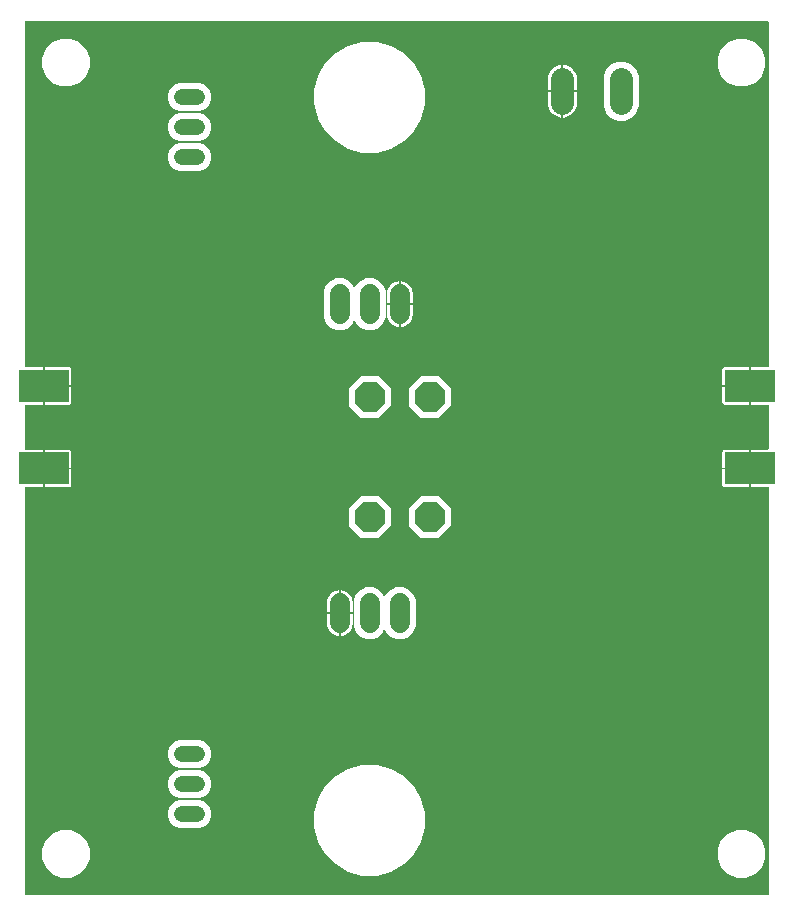
<source format=gbr>
G04 EAGLE Gerber RS-274X export*
G75*
%MOMM*%
%FSLAX34Y34*%
%LPD*%
%INBottom Copper*%
%IPPOS*%
%AMOC8*
5,1,8,0,0,1.08239X$1,22.5*%
G01*
%ADD10C,1.676400*%
%ADD11C,1.320800*%
%ADD12P,2.749271X8X202.500000*%
%ADD13P,2.749271X8X22.500000*%
%ADD14R,4.191000X2.667000*%
%ADD15C,1.981200*%
%ADD16C,1.500000*%

G36*
X634569Y5092D02*
X634569Y5092D01*
X634620Y5094D01*
X634652Y5112D01*
X634688Y5120D01*
X634727Y5153D01*
X634772Y5177D01*
X634793Y5207D01*
X634821Y5230D01*
X634842Y5277D01*
X634872Y5319D01*
X634880Y5361D01*
X634892Y5389D01*
X634891Y5419D01*
X634899Y5461D01*
X634899Y350118D01*
X634888Y350168D01*
X634886Y350219D01*
X634868Y350251D01*
X634860Y350287D01*
X634827Y350326D01*
X634803Y350371D01*
X634773Y350392D01*
X634750Y350420D01*
X634703Y350441D01*
X634661Y350471D01*
X634619Y350479D01*
X634591Y350491D01*
X634561Y350490D01*
X634519Y350498D01*
X619687Y350498D01*
X619687Y365993D01*
X619676Y366043D01*
X619674Y366094D01*
X619656Y366126D01*
X619648Y366162D01*
X619615Y366201D01*
X619591Y366246D01*
X619561Y366267D01*
X619537Y366295D01*
X619491Y366316D01*
X619449Y366346D01*
X619407Y366354D01*
X619379Y366366D01*
X619349Y366365D01*
X619307Y366373D01*
X618925Y366373D01*
X618925Y366375D01*
X619307Y366375D01*
X619357Y366386D01*
X619408Y366388D01*
X619440Y366406D01*
X619476Y366414D01*
X619515Y366447D01*
X619560Y366471D01*
X619581Y366501D01*
X619609Y366525D01*
X619630Y366571D01*
X619660Y366613D01*
X619668Y366655D01*
X619680Y366683D01*
X619679Y366713D01*
X619687Y366755D01*
X619687Y382250D01*
X634519Y382250D01*
X634569Y382261D01*
X634620Y382263D01*
X634652Y382281D01*
X634688Y382289D01*
X634727Y382322D01*
X634772Y382346D01*
X634793Y382376D01*
X634821Y382399D01*
X634842Y382446D01*
X634872Y382488D01*
X634880Y382530D01*
X634892Y382558D01*
X634891Y382588D01*
X634899Y382630D01*
X634899Y420010D01*
X634888Y420060D01*
X634886Y420111D01*
X634868Y420143D01*
X634860Y420179D01*
X634827Y420218D01*
X634803Y420263D01*
X634773Y420284D01*
X634750Y420312D01*
X634703Y420333D01*
X634661Y420363D01*
X634619Y420371D01*
X634591Y420383D01*
X634561Y420382D01*
X634519Y420390D01*
X619687Y420390D01*
X619687Y435885D01*
X619676Y435935D01*
X619674Y435986D01*
X619656Y436018D01*
X619648Y436054D01*
X619615Y436093D01*
X619591Y436138D01*
X619561Y436159D01*
X619537Y436187D01*
X619491Y436208D01*
X619449Y436238D01*
X619407Y436246D01*
X619379Y436258D01*
X619349Y436257D01*
X619307Y436265D01*
X618925Y436265D01*
X618925Y436267D01*
X619307Y436267D01*
X619357Y436278D01*
X619408Y436280D01*
X619440Y436298D01*
X619476Y436306D01*
X619515Y436339D01*
X619560Y436363D01*
X619581Y436393D01*
X619609Y436417D01*
X619630Y436463D01*
X619660Y436505D01*
X619668Y436547D01*
X619680Y436575D01*
X619680Y436591D01*
X619680Y436592D01*
X619680Y436608D01*
X619687Y436647D01*
X619687Y452142D01*
X634519Y452142D01*
X634569Y452153D01*
X634620Y452155D01*
X634652Y452173D01*
X634688Y452181D01*
X634727Y452214D01*
X634772Y452238D01*
X634793Y452268D01*
X634821Y452291D01*
X634842Y452338D01*
X634872Y452380D01*
X634880Y452422D01*
X634892Y452450D01*
X634891Y452480D01*
X634899Y452522D01*
X634899Y744539D01*
X634888Y744589D01*
X634886Y744640D01*
X634868Y744672D01*
X634860Y744708D01*
X634827Y744747D01*
X634803Y744792D01*
X634773Y744813D01*
X634750Y744841D01*
X634703Y744862D01*
X634661Y744892D01*
X634619Y744900D01*
X634591Y744912D01*
X634561Y744911D01*
X634519Y744919D01*
X5461Y744919D01*
X5411Y744908D01*
X5360Y744906D01*
X5328Y744888D01*
X5292Y744880D01*
X5253Y744847D01*
X5208Y744823D01*
X5187Y744793D01*
X5159Y744770D01*
X5138Y744723D01*
X5108Y744681D01*
X5100Y744639D01*
X5088Y744611D01*
X5089Y744581D01*
X5081Y744539D01*
X5081Y452522D01*
X5092Y452472D01*
X5094Y452421D01*
X5112Y452389D01*
X5120Y452353D01*
X5153Y452314D01*
X5177Y452269D01*
X5207Y452248D01*
X5230Y452220D01*
X5277Y452199D01*
X5319Y452169D01*
X5361Y452161D01*
X5389Y452149D01*
X5419Y452150D01*
X5461Y452142D01*
X20393Y452142D01*
X20393Y436647D01*
X20404Y436597D01*
X20406Y436546D01*
X20424Y436514D01*
X20432Y436478D01*
X20465Y436439D01*
X20489Y436394D01*
X20519Y436373D01*
X20542Y436345D01*
X20589Y436324D01*
X20631Y436294D01*
X20673Y436286D01*
X20701Y436274D01*
X20731Y436275D01*
X20773Y436267D01*
X21155Y436267D01*
X21155Y436265D01*
X20773Y436265D01*
X20723Y436254D01*
X20672Y436252D01*
X20640Y436234D01*
X20604Y436226D01*
X20565Y436193D01*
X20520Y436169D01*
X20499Y436139D01*
X20471Y436115D01*
X20450Y436069D01*
X20420Y436027D01*
X20412Y435985D01*
X20400Y435957D01*
X20401Y435927D01*
X20393Y435885D01*
X20393Y420390D01*
X5461Y420390D01*
X5411Y420379D01*
X5360Y420377D01*
X5328Y420359D01*
X5292Y420351D01*
X5253Y420318D01*
X5208Y420294D01*
X5187Y420264D01*
X5159Y420241D01*
X5138Y420194D01*
X5108Y420152D01*
X5100Y420110D01*
X5088Y420082D01*
X5089Y420052D01*
X5081Y420010D01*
X5081Y382630D01*
X5092Y382580D01*
X5094Y382529D01*
X5112Y382497D01*
X5120Y382461D01*
X5153Y382422D01*
X5177Y382377D01*
X5207Y382356D01*
X5230Y382328D01*
X5277Y382307D01*
X5319Y382277D01*
X5361Y382269D01*
X5389Y382257D01*
X5419Y382258D01*
X5461Y382250D01*
X20393Y382250D01*
X20393Y366755D01*
X20404Y366705D01*
X20406Y366654D01*
X20424Y366622D01*
X20432Y366586D01*
X20465Y366547D01*
X20489Y366502D01*
X20519Y366481D01*
X20542Y366453D01*
X20589Y366432D01*
X20631Y366402D01*
X20673Y366394D01*
X20701Y366382D01*
X20731Y366383D01*
X20773Y366375D01*
X21155Y366375D01*
X21155Y366373D01*
X20773Y366373D01*
X20723Y366362D01*
X20672Y366360D01*
X20640Y366342D01*
X20604Y366334D01*
X20565Y366301D01*
X20520Y366277D01*
X20499Y366247D01*
X20471Y366223D01*
X20450Y366177D01*
X20420Y366135D01*
X20412Y366093D01*
X20400Y366065D01*
X20401Y366035D01*
X20393Y365993D01*
X20393Y350498D01*
X5461Y350498D01*
X5411Y350487D01*
X5360Y350485D01*
X5328Y350467D01*
X5292Y350459D01*
X5253Y350426D01*
X5208Y350402D01*
X5187Y350372D01*
X5159Y350349D01*
X5138Y350302D01*
X5108Y350260D01*
X5100Y350218D01*
X5088Y350190D01*
X5089Y350160D01*
X5081Y350118D01*
X5081Y5461D01*
X5092Y5411D01*
X5094Y5360D01*
X5112Y5328D01*
X5120Y5292D01*
X5153Y5253D01*
X5177Y5208D01*
X5207Y5187D01*
X5230Y5159D01*
X5277Y5138D01*
X5319Y5108D01*
X5361Y5100D01*
X5389Y5088D01*
X5419Y5089D01*
X5461Y5081D01*
X634519Y5081D01*
X634569Y5092D01*
G37*
%LPC*%
G36*
X291004Y633809D02*
X291004Y633809D01*
X279073Y637006D01*
X268376Y643182D01*
X259642Y651916D01*
X253466Y662613D01*
X253053Y664155D01*
X251830Y668718D01*
X250608Y673281D01*
X250269Y674544D01*
X250269Y686896D01*
X253466Y698827D01*
X259642Y709524D01*
X268376Y718258D01*
X279073Y724434D01*
X291004Y727631D01*
X303356Y727631D01*
X315287Y724434D01*
X325984Y718258D01*
X334718Y709524D01*
X340894Y698827D01*
X341374Y697035D01*
X342597Y692472D01*
X343819Y687909D01*
X344091Y686896D01*
X344091Y674544D01*
X340894Y662613D01*
X334718Y651916D01*
X325984Y643182D01*
X315287Y637006D01*
X303356Y633809D01*
X291004Y633809D01*
G37*
%LPD*%
%LPC*%
G36*
X291004Y21669D02*
X291004Y21669D01*
X279073Y24866D01*
X268376Y31042D01*
X259642Y39776D01*
X253466Y50473D01*
X252357Y54614D01*
X251134Y59177D01*
X250269Y62404D01*
X250269Y74756D01*
X253466Y86687D01*
X259642Y97384D01*
X268376Y106118D01*
X279073Y112294D01*
X291004Y115491D01*
X303356Y115491D01*
X315287Y112294D01*
X325984Y106118D01*
X334718Y97384D01*
X340894Y86687D01*
X341900Y82931D01*
X343123Y78368D01*
X344091Y74756D01*
X344091Y62404D01*
X340894Y50473D01*
X334718Y39776D01*
X325984Y31042D01*
X315287Y24866D01*
X303356Y21669D01*
X291004Y21669D01*
G37*
%LPD*%
%LPC*%
G36*
X269102Y483615D02*
X269102Y483615D01*
X264154Y485665D01*
X260367Y489452D01*
X258317Y494400D01*
X258317Y516520D01*
X260367Y521468D01*
X264154Y525255D01*
X269102Y527305D01*
X274458Y527305D01*
X279406Y525255D01*
X283193Y521468D01*
X284129Y519209D01*
X284144Y519188D01*
X284151Y519164D01*
X284194Y519119D01*
X284230Y519069D01*
X284253Y519056D01*
X284270Y519038D01*
X284328Y519016D01*
X284383Y518987D01*
X284409Y518987D01*
X284433Y518978D01*
X284494Y518984D01*
X284556Y518982D01*
X284579Y518993D01*
X284605Y518996D01*
X284657Y519029D01*
X284713Y519055D01*
X284730Y519075D01*
X284751Y519089D01*
X284799Y519160D01*
X284822Y519189D01*
X284824Y519199D01*
X284831Y519209D01*
X285767Y521468D01*
X289554Y525255D01*
X294502Y527305D01*
X299858Y527305D01*
X304806Y525255D01*
X308593Y521468D01*
X310643Y516520D01*
X310643Y494400D01*
X308593Y489452D01*
X304806Y485665D01*
X299858Y483615D01*
X294502Y483615D01*
X289554Y485665D01*
X285767Y489452D01*
X284831Y491711D01*
X284816Y491732D01*
X284809Y491756D01*
X284766Y491801D01*
X284730Y491851D01*
X284707Y491863D01*
X284690Y491882D01*
X284632Y491904D01*
X284577Y491933D01*
X284551Y491933D01*
X284527Y491942D01*
X284466Y491936D01*
X284404Y491938D01*
X284381Y491927D01*
X284355Y491924D01*
X284303Y491891D01*
X284247Y491865D01*
X284230Y491845D01*
X284209Y491831D01*
X284161Y491759D01*
X284138Y491731D01*
X284135Y491721D01*
X284129Y491711D01*
X283193Y489452D01*
X279406Y485665D01*
X274458Y483615D01*
X269102Y483615D01*
G37*
%LPD*%
%LPC*%
G36*
X294502Y221995D02*
X294502Y221995D01*
X289554Y224045D01*
X285767Y227832D01*
X283717Y232780D01*
X283717Y254900D01*
X285767Y259848D01*
X289554Y263635D01*
X294502Y265685D01*
X299858Y265685D01*
X304806Y263635D01*
X308593Y259848D01*
X309529Y257589D01*
X309544Y257568D01*
X309551Y257544D01*
X309594Y257499D01*
X309630Y257449D01*
X309653Y257437D01*
X309670Y257418D01*
X309728Y257396D01*
X309783Y257367D01*
X309809Y257367D01*
X309833Y257358D01*
X309894Y257364D01*
X309956Y257362D01*
X309979Y257373D01*
X310005Y257376D01*
X310057Y257409D01*
X310113Y257435D01*
X310130Y257455D01*
X310151Y257469D01*
X310199Y257541D01*
X310222Y257569D01*
X310225Y257579D01*
X310231Y257589D01*
X311167Y259848D01*
X314954Y263635D01*
X319902Y265685D01*
X325258Y265685D01*
X330206Y263635D01*
X333993Y259848D01*
X336043Y254900D01*
X336043Y232780D01*
X333993Y227832D01*
X330206Y224045D01*
X325258Y221995D01*
X319902Y221995D01*
X314954Y224045D01*
X311167Y227832D01*
X310231Y230091D01*
X310216Y230112D01*
X310209Y230136D01*
X310166Y230181D01*
X310130Y230231D01*
X310107Y230244D01*
X310090Y230262D01*
X310032Y230284D01*
X309977Y230313D01*
X309951Y230313D01*
X309927Y230322D01*
X309866Y230316D01*
X309804Y230318D01*
X309781Y230307D01*
X309755Y230304D01*
X309703Y230271D01*
X309647Y230245D01*
X309630Y230225D01*
X309609Y230211D01*
X309561Y230140D01*
X309538Y230111D01*
X309536Y230101D01*
X309529Y230091D01*
X308593Y227832D01*
X304806Y224045D01*
X299858Y221995D01*
X294502Y221995D01*
G37*
%LPD*%
%LPC*%
G36*
X507305Y660907D02*
X507305Y660907D01*
X501797Y663189D01*
X497581Y667405D01*
X495299Y672913D01*
X495299Y698687D01*
X497581Y704195D01*
X501797Y708411D01*
X507305Y710693D01*
X513267Y710693D01*
X518775Y708411D01*
X522991Y704195D01*
X525273Y698687D01*
X525273Y672913D01*
X522991Y667405D01*
X518775Y663189D01*
X513267Y660907D01*
X507305Y660907D01*
G37*
%LPD*%
%LPC*%
G36*
X608026Y689919D02*
X608026Y689919D01*
X600645Y692976D01*
X594996Y698625D01*
X591939Y706006D01*
X591939Y713994D01*
X594996Y721375D01*
X600645Y727024D01*
X608026Y730081D01*
X616014Y730081D01*
X623395Y727024D01*
X629044Y721375D01*
X632101Y713994D01*
X632101Y706006D01*
X629044Y698625D01*
X623395Y692976D01*
X616014Y689919D01*
X608026Y689919D01*
G37*
%LPD*%
%LPC*%
G36*
X36006Y689919D02*
X36006Y689919D01*
X28625Y692976D01*
X22976Y698625D01*
X19919Y706006D01*
X19919Y713994D01*
X22976Y721375D01*
X28625Y727024D01*
X36006Y730081D01*
X43994Y730081D01*
X51375Y727024D01*
X57024Y721375D01*
X60081Y713994D01*
X60081Y706006D01*
X57024Y698625D01*
X51375Y692976D01*
X43994Y689919D01*
X36006Y689919D01*
G37*
%LPD*%
%LPC*%
G36*
X608026Y19919D02*
X608026Y19919D01*
X600645Y22976D01*
X594996Y28625D01*
X591939Y36006D01*
X591939Y43994D01*
X594996Y51375D01*
X600645Y57024D01*
X608026Y60081D01*
X616014Y60081D01*
X623395Y57024D01*
X629044Y51375D01*
X632101Y43994D01*
X632101Y36006D01*
X629044Y28625D01*
X623395Y22976D01*
X616014Y19919D01*
X608026Y19919D01*
G37*
%LPD*%
%LPC*%
G36*
X36006Y19919D02*
X36006Y19919D01*
X28625Y22976D01*
X22976Y28625D01*
X19919Y36006D01*
X19919Y43994D01*
X22976Y51375D01*
X28625Y57024D01*
X36006Y60081D01*
X43994Y60081D01*
X51375Y57024D01*
X57024Y51375D01*
X60081Y43994D01*
X60081Y36006D01*
X57024Y28625D01*
X51375Y22976D01*
X43994Y19919D01*
X36006Y19919D01*
G37*
%LPD*%
%LPC*%
G36*
X340615Y408939D02*
X340615Y408939D01*
X330199Y419355D01*
X330199Y434085D01*
X340615Y444501D01*
X355345Y444501D01*
X365761Y434085D01*
X365761Y419355D01*
X355345Y408939D01*
X340615Y408939D01*
G37*
%LPD*%
%LPC*%
G36*
X289815Y307339D02*
X289815Y307339D01*
X279399Y317755D01*
X279399Y332485D01*
X289815Y342901D01*
X304545Y342901D01*
X314961Y332485D01*
X314961Y317755D01*
X304545Y307339D01*
X289815Y307339D01*
G37*
%LPD*%
%LPC*%
G36*
X340615Y307339D02*
X340615Y307339D01*
X330199Y317755D01*
X330199Y332485D01*
X340615Y342901D01*
X355345Y342901D01*
X365761Y332485D01*
X365761Y317755D01*
X355345Y307339D01*
X340615Y307339D01*
G37*
%LPD*%
%LPC*%
G36*
X289815Y408939D02*
X289815Y408939D01*
X279399Y419355D01*
X279399Y434085D01*
X289815Y444501D01*
X304545Y444501D01*
X314961Y434085D01*
X314961Y419355D01*
X304545Y408939D01*
X289815Y408939D01*
G37*
%LPD*%
%LPC*%
G36*
X135852Y112775D02*
X135852Y112775D01*
X131557Y114554D01*
X128270Y117841D01*
X126491Y122136D01*
X126491Y126784D01*
X128270Y131079D01*
X131557Y134366D01*
X135852Y136145D01*
X153708Y136145D01*
X158003Y134366D01*
X161290Y131079D01*
X163069Y126784D01*
X163069Y122136D01*
X161290Y117841D01*
X158003Y114554D01*
X153708Y112775D01*
X135852Y112775D01*
G37*
%LPD*%
%LPC*%
G36*
X135852Y669035D02*
X135852Y669035D01*
X131557Y670814D01*
X128270Y674101D01*
X126491Y678396D01*
X126491Y683044D01*
X128270Y687339D01*
X131557Y690626D01*
X135852Y692405D01*
X153708Y692405D01*
X158003Y690626D01*
X161290Y687339D01*
X163069Y683044D01*
X163069Y678396D01*
X161290Y674101D01*
X158003Y670814D01*
X153708Y669035D01*
X135852Y669035D01*
G37*
%LPD*%
%LPC*%
G36*
X135852Y61975D02*
X135852Y61975D01*
X131557Y63754D01*
X128270Y67041D01*
X126491Y71336D01*
X126491Y75984D01*
X128270Y80279D01*
X131557Y83566D01*
X135852Y85345D01*
X153708Y85345D01*
X158003Y83566D01*
X161290Y80279D01*
X163069Y75984D01*
X163069Y71336D01*
X161290Y67041D01*
X158003Y63754D01*
X153708Y61975D01*
X135852Y61975D01*
G37*
%LPD*%
%LPC*%
G36*
X135852Y87375D02*
X135852Y87375D01*
X131557Y89154D01*
X128270Y92441D01*
X126491Y96736D01*
X126491Y101384D01*
X128270Y105679D01*
X131557Y108966D01*
X135852Y110745D01*
X153708Y110745D01*
X158003Y108966D01*
X161290Y105679D01*
X163069Y101384D01*
X163069Y96736D01*
X161290Y92441D01*
X158003Y89154D01*
X153708Y87375D01*
X135852Y87375D01*
G37*
%LPD*%
%LPC*%
G36*
X135852Y643635D02*
X135852Y643635D01*
X131557Y645414D01*
X128270Y648701D01*
X126491Y652996D01*
X126491Y657644D01*
X128270Y661939D01*
X131557Y665226D01*
X135852Y667005D01*
X153708Y667005D01*
X158003Y665226D01*
X161290Y661939D01*
X163069Y657644D01*
X163069Y652996D01*
X161290Y648701D01*
X158003Y645414D01*
X153708Y643635D01*
X135852Y643635D01*
G37*
%LPD*%
%LPC*%
G36*
X135852Y618235D02*
X135852Y618235D01*
X131557Y620014D01*
X128270Y623301D01*
X126491Y627596D01*
X126491Y632244D01*
X128270Y636539D01*
X131557Y639826D01*
X135852Y641605D01*
X153708Y641605D01*
X158003Y639826D01*
X161290Y636539D01*
X163069Y632244D01*
X163069Y627596D01*
X161290Y623301D01*
X158003Y620014D01*
X153708Y618235D01*
X135852Y618235D01*
G37*
%LPD*%
%LPC*%
G36*
X21915Y437027D02*
X21915Y437027D01*
X21915Y452142D01*
X42444Y452142D01*
X43090Y451969D01*
X43669Y451634D01*
X44142Y451161D01*
X44477Y450582D01*
X44650Y449936D01*
X44650Y437027D01*
X21915Y437027D01*
G37*
%LPD*%
%LPC*%
G36*
X21915Y367135D02*
X21915Y367135D01*
X21915Y382250D01*
X42444Y382250D01*
X43090Y382077D01*
X43669Y381742D01*
X44142Y381269D01*
X44477Y380690D01*
X44650Y380044D01*
X44650Y367135D01*
X21915Y367135D01*
G37*
%LPD*%
%LPC*%
G36*
X595430Y437027D02*
X595430Y437027D01*
X595430Y449936D01*
X595603Y450582D01*
X595938Y451161D01*
X596411Y451634D01*
X596990Y451969D01*
X597636Y452142D01*
X618165Y452142D01*
X618165Y437027D01*
X595430Y437027D01*
G37*
%LPD*%
%LPC*%
G36*
X595430Y367135D02*
X595430Y367135D01*
X595430Y380044D01*
X595603Y380690D01*
X595938Y381269D01*
X596411Y381742D01*
X596990Y382077D01*
X597636Y382250D01*
X618165Y382250D01*
X618165Y367135D01*
X595430Y367135D01*
G37*
%LPD*%
%LPC*%
G36*
X21915Y420390D02*
X21915Y420390D01*
X21915Y435505D01*
X44650Y435505D01*
X44650Y422596D01*
X44477Y421950D01*
X44142Y421371D01*
X43669Y420898D01*
X43090Y420563D01*
X42444Y420390D01*
X21915Y420390D01*
G37*
%LPD*%
%LPC*%
G36*
X21915Y350498D02*
X21915Y350498D01*
X21915Y365613D01*
X44650Y365613D01*
X44650Y352704D01*
X44477Y352058D01*
X44142Y351479D01*
X43669Y351006D01*
X43090Y350671D01*
X42444Y350498D01*
X21915Y350498D01*
G37*
%LPD*%
%LPC*%
G36*
X597636Y420390D02*
X597636Y420390D01*
X596990Y420563D01*
X596411Y420898D01*
X595938Y421371D01*
X595603Y421950D01*
X595506Y422316D01*
X595505Y422316D01*
X595430Y422596D01*
X595430Y435505D01*
X618165Y435505D01*
X618165Y420390D01*
X597636Y420390D01*
G37*
%LPD*%
%LPC*%
G36*
X597636Y350498D02*
X597636Y350498D01*
X596990Y350671D01*
X596411Y351006D01*
X595938Y351479D01*
X595603Y352058D01*
X595430Y352704D01*
X595430Y365613D01*
X618165Y365613D01*
X618165Y350498D01*
X597636Y350498D01*
G37*
%LPD*%
%LPC*%
G36*
X461009Y686561D02*
X461009Y686561D01*
X461009Y708153D01*
X461228Y708153D01*
X463163Y707846D01*
X465026Y707241D01*
X466772Y706351D01*
X468357Y705200D01*
X469742Y703815D01*
X470893Y702230D01*
X471783Y700484D01*
X472388Y698621D01*
X472695Y696686D01*
X472695Y686561D01*
X461009Y686561D01*
G37*
%LPD*%
%LPC*%
G36*
X461009Y663447D02*
X461009Y663447D01*
X461009Y685039D01*
X472695Y685039D01*
X472695Y674914D01*
X472388Y672979D01*
X471783Y671116D01*
X470893Y669370D01*
X469742Y667785D01*
X468357Y666400D01*
X466772Y665249D01*
X465026Y664359D01*
X463163Y663754D01*
X461228Y663447D01*
X461009Y663447D01*
G37*
%LPD*%
%LPC*%
G36*
X447801Y686561D02*
X447801Y686561D01*
X447801Y696686D01*
X448108Y698621D01*
X448713Y700484D01*
X449603Y702230D01*
X450754Y703815D01*
X452139Y705200D01*
X453724Y706351D01*
X455470Y707241D01*
X457333Y707846D01*
X459268Y708153D01*
X459487Y708153D01*
X459487Y686561D01*
X447801Y686561D01*
G37*
%LPD*%
%LPC*%
G36*
X459268Y663447D02*
X459268Y663447D01*
X457333Y663754D01*
X455470Y664359D01*
X453724Y665249D01*
X452139Y666400D01*
X450754Y667785D01*
X449603Y669370D01*
X448713Y671116D01*
X448108Y672979D01*
X447801Y674914D01*
X447801Y685039D01*
X459487Y685039D01*
X459487Y663447D01*
X459268Y663447D01*
G37*
%LPD*%
%LPC*%
G36*
X323341Y506221D02*
X323341Y506221D01*
X323341Y524765D01*
X323440Y524765D01*
X325138Y524496D01*
X326773Y523965D01*
X328305Y523184D01*
X329696Y522173D01*
X330911Y520958D01*
X331922Y519567D01*
X332703Y518035D01*
X333234Y516400D01*
X333503Y514702D01*
X333503Y506221D01*
X323341Y506221D01*
G37*
%LPD*%
%LPC*%
G36*
X272541Y244601D02*
X272541Y244601D01*
X272541Y263145D01*
X272640Y263145D01*
X274338Y262876D01*
X275973Y262345D01*
X277505Y261564D01*
X278896Y260553D01*
X280111Y259338D01*
X281122Y257947D01*
X281903Y256415D01*
X282434Y254780D01*
X282703Y253082D01*
X282703Y244601D01*
X272541Y244601D01*
G37*
%LPD*%
%LPC*%
G36*
X323341Y486155D02*
X323341Y486155D01*
X323341Y504699D01*
X333503Y504699D01*
X333503Y496218D01*
X333234Y494520D01*
X332703Y492885D01*
X331922Y491353D01*
X330911Y489962D01*
X329696Y488747D01*
X328305Y487736D01*
X326773Y486955D01*
X325138Y486424D01*
X323440Y486155D01*
X323341Y486155D01*
G37*
%LPD*%
%LPC*%
G36*
X272541Y224535D02*
X272541Y224535D01*
X272541Y243079D01*
X282703Y243079D01*
X282703Y234598D01*
X282434Y232900D01*
X281903Y231265D01*
X281122Y229733D01*
X280111Y228342D01*
X278896Y227127D01*
X277505Y226116D01*
X275973Y225335D01*
X274338Y224804D01*
X272640Y224535D01*
X272541Y224535D01*
G37*
%LPD*%
%LPC*%
G36*
X311657Y506221D02*
X311657Y506221D01*
X311657Y514702D01*
X311926Y516400D01*
X312457Y518035D01*
X313238Y519567D01*
X314249Y520958D01*
X315464Y522173D01*
X316855Y523184D01*
X318387Y523965D01*
X320022Y524496D01*
X321720Y524765D01*
X321819Y524765D01*
X321819Y506221D01*
X311657Y506221D01*
G37*
%LPD*%
%LPC*%
G36*
X260857Y244601D02*
X260857Y244601D01*
X260857Y253082D01*
X261126Y254780D01*
X261657Y256415D01*
X262438Y257947D01*
X263449Y259338D01*
X264664Y260553D01*
X266055Y261564D01*
X267587Y262345D01*
X269222Y262876D01*
X270920Y263145D01*
X271019Y263145D01*
X271019Y244601D01*
X260857Y244601D01*
G37*
%LPD*%
%LPC*%
G36*
X321720Y486155D02*
X321720Y486155D01*
X320022Y486424D01*
X318387Y486955D01*
X316855Y487736D01*
X315464Y488747D01*
X314249Y489962D01*
X313238Y491353D01*
X312457Y492885D01*
X311926Y494520D01*
X311657Y496218D01*
X311657Y504699D01*
X321819Y504699D01*
X321819Y486155D01*
X321720Y486155D01*
G37*
%LPD*%
%LPC*%
G36*
X270920Y224535D02*
X270920Y224535D01*
X269222Y224804D01*
X267587Y225335D01*
X266055Y226116D01*
X264664Y227127D01*
X263449Y228342D01*
X262438Y229733D01*
X261657Y231265D01*
X261126Y232900D01*
X260857Y234598D01*
X260857Y243079D01*
X271019Y243079D01*
X271019Y224535D01*
X270920Y224535D01*
G37*
%LPD*%
%LPC*%
G36*
X322579Y505459D02*
X322579Y505459D01*
X322579Y505461D01*
X322581Y505461D01*
X322581Y505459D01*
X322579Y505459D01*
G37*
%LPD*%
%LPC*%
G36*
X271779Y243839D02*
X271779Y243839D01*
X271779Y243841D01*
X271781Y243841D01*
X271781Y243839D01*
X271779Y243839D01*
G37*
%LPD*%
%LPC*%
G36*
X460247Y685799D02*
X460247Y685799D01*
X460247Y685801D01*
X460249Y685801D01*
X460249Y685799D01*
X460247Y685799D01*
G37*
%LPD*%
D10*
X271780Y497078D02*
X271780Y513842D01*
X297180Y513842D02*
X297180Y497078D01*
X322580Y497078D02*
X322580Y513842D01*
X322580Y252222D02*
X322580Y235458D01*
X297180Y235458D02*
X297180Y252222D01*
X271780Y252222D02*
X271780Y235458D01*
D11*
X151384Y124460D02*
X138176Y124460D01*
X138176Y73660D02*
X151384Y73660D01*
X151384Y99060D02*
X138176Y99060D01*
X138176Y629920D02*
X151384Y629920D01*
X151384Y680720D02*
X138176Y680720D01*
X138176Y655320D02*
X151384Y655320D01*
D12*
X347980Y426720D03*
X297180Y426720D03*
D13*
X297180Y325120D03*
X347980Y325120D03*
D14*
X21154Y366374D03*
X21154Y436266D03*
X618926Y436266D03*
X618926Y366374D03*
D15*
X510286Y675894D02*
X510286Y695706D01*
X460248Y695706D02*
X460248Y675894D01*
D16*
X40640Y241300D03*
X353060Y523240D03*
X226060Y375920D03*
X358140Y231140D03*
X38100Y513080D03*
M02*

</source>
